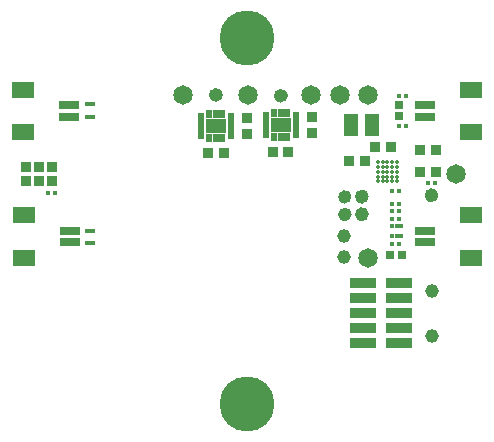
<source format=gbs>
G04*
G04 #@! TF.GenerationSoftware,Altium Limited,Altium Designer,25.2.1 (25)*
G04*
G04 Layer_Color=16711935*
%FSLAX44Y44*%
%MOMM*%
G71*
G04*
G04 #@! TF.SameCoordinates,854DBFE2-DFE7-4A3D-8861-6C5ED611F316*
G04*
G04*
G04 #@! TF.FilePolarity,Negative*
G04*
G01*
G75*
%ADD39C,0.6096*%
%ADD42R,0.4220X0.4520*%
%ADD43C,1.1520*%
%ADD48R,0.7520X0.6520*%
%ADD49C,0.3520*%
%ADD52R,0.3000X0.4500*%
%ADD56R,0.9020X0.9520*%
%ADD61C,1.1720*%
%ADD62C,4.6520*%
G04:AMPARAMS|DCode=88|XSize=0.12mm|YSize=0.22mm|CornerRadius=0.03mm|HoleSize=0mm|Usage=FLASHONLY|Rotation=180.000|XOffset=0mm|YOffset=0mm|HoleType=Round|Shape=RoundedRectangle|*
%AMROUNDEDRECTD88*
21,1,0.1200,0.1600,0,0,180.0*
21,1,0.0600,0.2200,0,0,180.0*
1,1,0.0600,-0.0300,0.0800*
1,1,0.0600,0.0300,0.0800*
1,1,0.0600,0.0300,-0.0800*
1,1,0.0600,-0.0300,-0.0800*
%
%ADD88ROUNDEDRECTD88*%
%ADD95R,0.8500X0.4000*%
%ADD96C,1.6520*%
%ADD97R,2.1820X0.9120*%
%ADD98R,0.5020X0.7020*%
%ADD99R,1.6520X1.2520*%
%ADD100R,0.5020X2.2520*%
%ADD101R,0.9520X0.9020*%
%ADD102R,1.9520X1.3520*%
%ADD103R,1.7020X0.7520*%
%ADD104R,0.9021X0.9021*%
%ADD105R,1.2820X1.9720*%
%ADD106C,0.3450*%
%ADD107R,0.6520X0.8020*%
D39*
X176313Y298000D02*
G03*
X176313Y298000I-2794J0D01*
G01*
X175755D02*
G03*
X175755Y298000I-2794J0D01*
G01*
X231323Y297250D02*
G03*
X231323Y297250I-2794J0D01*
G01*
X230765D02*
G03*
X230765Y297250I-2794J0D01*
G01*
X285224Y211671D02*
G03*
X285224Y211671I-2794J0D01*
G01*
X285294Y196775D02*
G03*
X285294Y196775I-2794J0D01*
G01*
X299654Y212150D02*
G03*
X299654Y212150I-2794J0D01*
G01*
Y211591D02*
G03*
X299654Y211591I-2794J0D01*
G01*
X299724Y196713D02*
G03*
X299724Y196713I-2794J0D01*
G01*
Y197271D02*
G03*
X299724Y197271I-2794J0D01*
G01*
X358544Y212721D02*
G03*
X358544Y212721I-2794J0D01*
G01*
Y213279D02*
G03*
X358544Y213279I-2794J0D01*
G01*
D42*
X328350Y172000D02*
D03*
X322650D02*
D03*
X37250Y215000D02*
D03*
X31550D02*
D03*
X328350Y205750D02*
D03*
X322650D02*
D03*
X322650Y216750D02*
D03*
X328350D02*
D03*
X322650Y192750D02*
D03*
X328350D02*
D03*
X322650Y199250D02*
D03*
X328350D02*
D03*
X358600Y223250D02*
D03*
X352900D02*
D03*
X334350Y271750D02*
D03*
X328650D02*
D03*
X334100Y297250D02*
D03*
X328400D02*
D03*
D43*
X282000Y161000D02*
D03*
Y178500D02*
D03*
D48*
X330500Y162250D02*
D03*
X320500D02*
D03*
D49*
X176618Y298000D02*
D03*
X169862D02*
D03*
X231628Y297250D02*
D03*
X224872D02*
D03*
X282430Y208572D02*
D03*
Y214820D02*
D03*
X282500Y199874D02*
D03*
Y193626D02*
D03*
X296860Y215248D02*
D03*
Y208492D02*
D03*
X296930Y193614D02*
D03*
Y200370D02*
D03*
X355750Y209622D02*
D03*
Y216378D02*
D03*
D52*
X322750Y178250D02*
D03*
X326250D02*
D03*
X329750D02*
D03*
X322750Y186750D02*
D03*
X326250D02*
D03*
X329750D02*
D03*
D56*
X166490Y248750D02*
D03*
X179990D02*
D03*
X221250Y249250D02*
D03*
X234750D02*
D03*
X299235Y242250D02*
D03*
X285735D02*
D03*
X321250Y254000D02*
D03*
X307750D02*
D03*
X346250Y233000D02*
D03*
X359750D02*
D03*
X346250Y251662D02*
D03*
X359750D02*
D03*
D61*
X356640Y94150D02*
D03*
Y132250D02*
D03*
D62*
X199782Y346261D02*
D03*
Y36261D02*
D03*
D88*
X68750Y182750D02*
D03*
X64750D02*
D03*
X64750Y172750D02*
D03*
X68750D02*
D03*
X64750Y290250D02*
D03*
X68750D02*
D03*
Y279000D02*
D03*
X64750D02*
D03*
D95*
X66749Y182749D02*
D03*
X66751Y172754D02*
D03*
X66752Y290250D02*
D03*
X66747Y279000D02*
D03*
D96*
X302250Y160250D02*
D03*
X145740Y297750D02*
D03*
X200750Y298000D02*
D03*
X278250Y297750D02*
D03*
X254250Y297750D02*
D03*
X302500Y297750D02*
D03*
X376500Y231000D02*
D03*
D97*
X328690Y87800D02*
D03*
X298190D02*
D03*
X328690Y100500D02*
D03*
X298190D02*
D03*
X328690Y113200D02*
D03*
X298190D02*
D03*
X328690Y125900D02*
D03*
X298190D02*
D03*
X328690Y138600D02*
D03*
X298190D02*
D03*
D98*
X173240Y261250D02*
D03*
X167740D02*
D03*
X178740D02*
D03*
X167740Y281750D02*
D03*
X178740D02*
D03*
X173240Y281750D02*
D03*
X228250Y262500D02*
D03*
X222750D02*
D03*
X233750D02*
D03*
X222750Y283000D02*
D03*
X233750D02*
D03*
X228250Y283000D02*
D03*
D99*
X173240Y271500D02*
D03*
X228250Y272750D02*
D03*
D100*
X160490Y271500D02*
D03*
X185990D02*
D03*
X215500Y272750D02*
D03*
X241000D02*
D03*
D101*
X199490Y278250D02*
D03*
Y264750D02*
D03*
X254500Y279500D02*
D03*
Y266000D02*
D03*
D102*
X11250Y196000D02*
D03*
Y160000D02*
D03*
X10250Y302500D02*
D03*
Y266500D02*
D03*
X389250Y196000D02*
D03*
Y160000D02*
D03*
X389000Y266500D02*
D03*
Y302500D02*
D03*
D103*
X50000Y183000D02*
D03*
Y173000D02*
D03*
X49000Y289500D02*
D03*
Y279500D02*
D03*
X350500Y183000D02*
D03*
Y173000D02*
D03*
X350250Y279500D02*
D03*
Y289500D02*
D03*
D104*
X34700Y224799D02*
D03*
X23750D02*
D03*
X12800D02*
D03*
Y236701D02*
D03*
X23750D02*
D03*
X34700D02*
D03*
D105*
X287900Y272500D02*
D03*
X305600Y272500D02*
D03*
D106*
X326500Y224811D02*
D03*
X322500Y228811D02*
D03*
Y224811D02*
D03*
X326500Y228811D02*
D03*
Y232811D02*
D03*
X322500D02*
D03*
X318500Y224811D02*
D03*
Y228811D02*
D03*
X314500D02*
D03*
X318500Y236811D02*
D03*
Y232811D02*
D03*
X326500Y240811D02*
D03*
Y236811D02*
D03*
X322500D02*
D03*
Y240811D02*
D03*
X318500D02*
D03*
X314500Y232811D02*
D03*
X314500Y224811D02*
D03*
X310500Y228811D02*
D03*
Y224811D02*
D03*
Y236811D02*
D03*
Y232811D02*
D03*
X314500Y240811D02*
D03*
Y236811D02*
D03*
X310500Y240811D02*
D03*
D107*
X328250Y289250D02*
D03*
Y279750D02*
D03*
M02*

</source>
